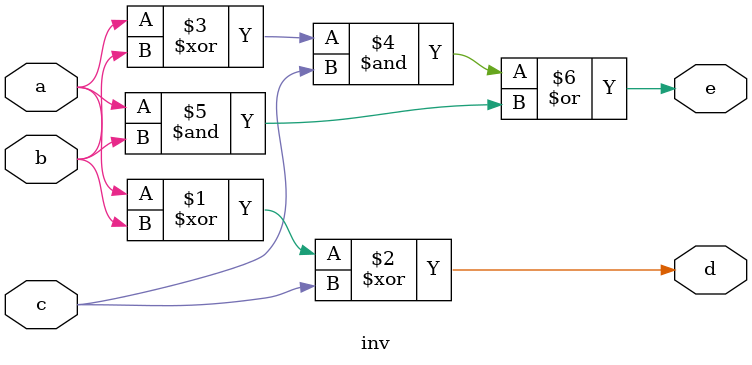
<source format=v>
`timescale 1ns / 1ps


module inv(
    input a, b, c,
    output d, e
    );
    assign d = (a^b)^c;
    assign e = ((a^b)&c) | (a&b); 
endmodule

</source>
